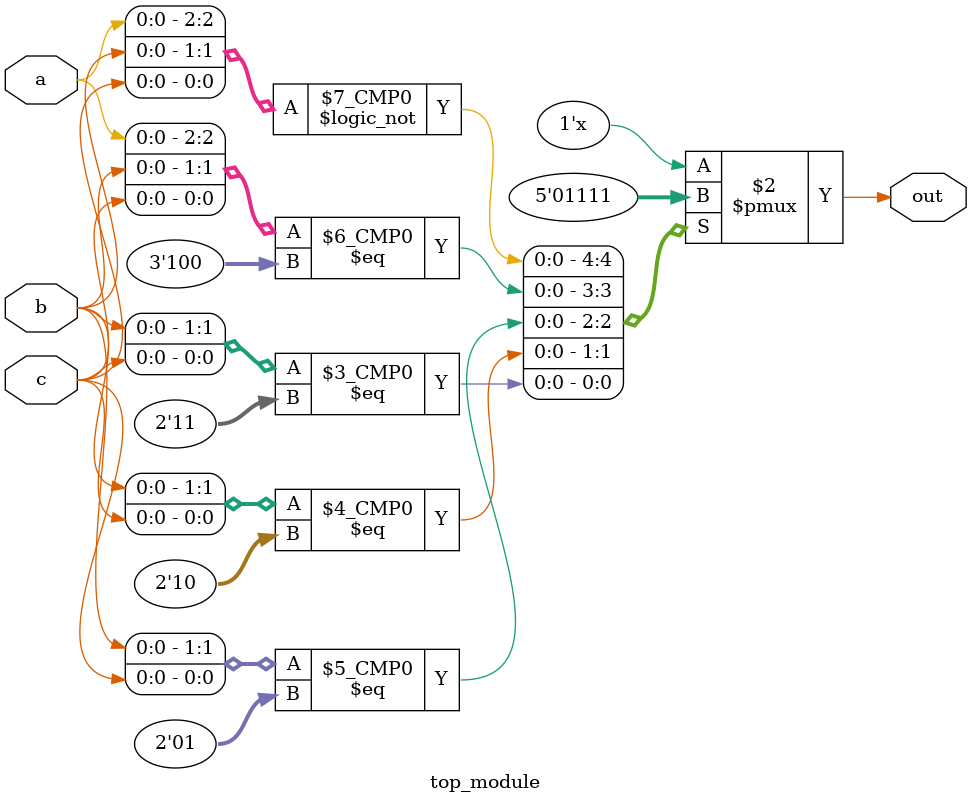
<source format=v>
module top_module(
    input a,
    input b,
    input c,
    output out  ); 

    always@(*) begin
        casex({a,b,c})
            3'b000	:	out = 1'b0;
            3'b100	:	out = 1'b1;
            3'bx01	:	out = 1'b1;
            3'bx10	:	out = 1'b1;
            3'bx11	:	out = 1'b1;
            default	:	out = 1'bx;
        endcase
    end
    
endmodule
</source>
